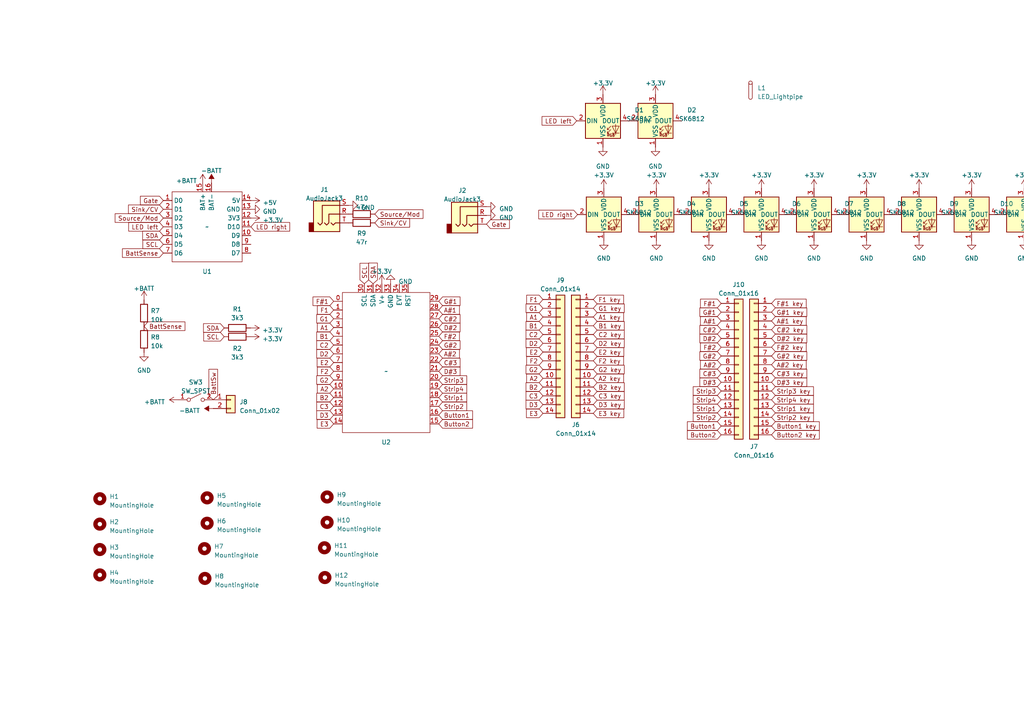
<source format=kicad_sch>
(kicad_sch (version 20230121) (generator eeschema)
  (paper "A4")
  (lib_symbols
    (symbol "Connector_Audio:AudioJack3"
      (property "Reference" "J" (at 0 8.89 0))
      (property "Value" "AudioJack3" (at 0 6.35 0))
      (symbol "AudioJack3_0_1"
        (rectangle (start -5.08 -5.08) (end -6.35 -2.54) (stroke (width 0.254)) (fill (type outline)))
        (polyline (pts (xy 0 -2.54) (xy 0.635 -3.175) (xy 1.27 -2.54) (xy 2.54 -2.54)) (stroke (width 0.254)))
        (polyline (pts (xy -1.905 -2.54) (xy -1.27 -3.175) (xy -0.635 -2.54) (xy -0.635 0) (xy 2.54 0)) (stroke (width 0.254)))
        (polyline (pts (xy 2.54 2.54) (xy -2.54 2.54) (xy -2.54 -2.54) (xy -3.175 -3.175) (xy -3.81 -2.54)) (stroke (width 0.254)))
        (rectangle (start 2.54 3.81) (end -5.08 -5.08) (stroke (width 0.254)) (fill (type background)))
      )
      (symbol "AudioJack3_1_1"
        (pin passive line (at 5.08 0 180) (length 2.54) (name "~") (number "R"))
        (pin passive line (at 5.08 2.54 180) (length 2.54) (name "~") (number "S"))
        (pin passive line (at 5.08 -2.54 180) (length 2.54) (name "~") (number "T"))
      )
    )
    (symbol "Connector_Generic:Conn_01x02" (pin_names (offset 1.016) hide)
      (property "Reference" "J" (at 0 2.54 0))
      (property "Value" "Conn_01x02" (at 0 -5.08 0))
      (symbol "Conn_01x02_1_1"
        (rectangle (start -1.27 -2.413) (end 0 -2.667) (stroke (width 0.1524)))
        (rectangle (start -1.27 0.127) (end 0 -0.127) (stroke (width 0.1524)))
        (rectangle (start -1.27 1.27) (end 1.27 -3.81) (stroke (width 0.254)) (fill (type background)))
        (pin passive line (at -5.08 0 0) (length 3.81) (name "Pin_1") (number "1"))
        (pin passive line (at -5.08 -2.54 0) (length 3.81) (name "Pin_2") (number "2"))
      )
    )
    (symbol "Connector_Generic:Conn_01x14" (pin_names (offset 1.016) hide)
      (property "Reference" "J" (at 0 17.78 0))
      (property "Value" "Conn_01x14" (at 0 -20.32 0))
      (symbol "Conn_01x14_1_1"
        (rectangle (start -1.27 -17.653) (end 0 -17.907) (stroke (width 0.1524)))
        (rectangle (start -1.27 -15.113) (end 0 -15.367) (stroke (width 0.1524)))
        (rectangle (start -1.27 -12.573) (end 0 -12.827) (stroke (width 0.1524)))
        (rectangle (start -1.27 -10.033) (end 0 -10.287) (stroke (width 0.1524)))
        (rectangle (start -1.27 -7.493) (end 0 -7.747) (stroke (width 0.1524)))
        (rectangle (start -1.27 -4.953) (end 0 -5.207) (stroke (width 0.1524)))
        (rectangle (start -1.27 -2.413) (end 0 -2.667) (stroke (width 0.1524)))
        (rectangle (start -1.27 0.127) (end 0 -0.127) (stroke (width 0.1524)))
        (rectangle (start -1.27 2.667) (end 0 2.413) (stroke (width 0.1524)))
        (rectangle (start -1.27 5.207) (end 0 4.953) (stroke (width 0.1524)))
        (rectangle (start -1.27 7.747) (end 0 7.493) (stroke (width 0.1524)))
        (rectangle (start -1.27 10.287) (end 0 10.033) (stroke (width 0.1524)))
        (rectangle (start -1.27 12.827) (end 0 12.573) (stroke (width 0.1524)))
        (rectangle (start -1.27 15.367) (end 0 15.113) (stroke (width 0.1524)))
        (rectangle (start -1.27 16.51) (end 1.27 -19.05) (stroke (width 0.254)) (fill (type background)))
        (pin passive line (at -5.08 15.24 0) (length 3.81) (name "Pin_1") (number "1"))
        (pin passive line (at -5.08 -7.62 0) (length 3.81) (name "Pin_10") (number "10"))
        (pin passive line (at -5.08 -10.16 0) (length 3.81) (name "Pin_11") (number "11"))
        (pin passive line (at -5.08 -12.7 0) (length 3.81) (name "Pin_12") (number "12"))
        (pin passive line (at -5.08 -15.24 0) (length 3.81) (name "Pin_13") (number "13"))
        (pin passive line (at -5.08 -17.78 0) (length 3.81) (name "Pin_14") (number "14"))
        (pin passive line (at -5.08 12.7 0) (length 3.81) (name "Pin_2") (number "2"))
        (pin passive line (at -5.08 10.16 0) (length 3.81) (name "Pin_3") (number "3"))
        (pin passive line (at -5.08 7.62 0) (length 3.81) (name "Pin_4") (number "4"))
        (pin passive line (at -5.08 5.08 0) (length 3.81) (name "Pin_5") (number "5"))
        (pin passive line (at -5.08 2.54 0) (length 3.81) (name "Pin_6") (number "6"))
        (pin passive line (at -5.08 0 0) (length 3.81) (name "Pin_7") (number "7"))
        (pin passive line (at -5.08 -2.54 0) (length 3.81) (name "Pin_8") (number "8"))
        (pin passive line (at -5.08 -5.08 0) (length 3.81) (name "Pin_9") (number "9"))
      )
    )
    (symbol "Connector_Generic:Conn_01x16" (pin_names (offset 1.016) hide)
      (property "Reference" "J" (at 0 20.32 0))
      (property "Value" "Conn_01x16" (at 0 -22.86 0))
      (symbol "Conn_01x16_1_1"
        (rectangle (start -1.27 -20.193) (end 0 -20.447) (stroke (width 0.1524)))
        (rectangle (start -1.27 -17.653) (end 0 -17.907) (stroke (width 0.1524)))
        (rectangle (start -1.27 -15.113) (end 0 -15.367) (stroke (width 0.1524)))
        (rectangle (start -1.27 -12.573) (end 0 -12.827) (stroke (width 0.1524)))
        (rectangle (start -1.27 -10.033) (end 0 -10.287) (stroke (width 0.1524)))
        (rectangle (start -1.27 -7.493) (end 0 -7.747) (stroke (width 0.1524)))
        (rectangle (start -1.27 -4.953) (end 0 -5.207) (stroke (width 0.1524)))
        (rectangle (start -1.27 -2.413) (end 0 -2.667) (stroke (width 0.1524)))
        (rectangle (start -1.27 0.127) (end 0 -0.127) (stroke (width 0.1524)))
        (rectangle (start -1.27 2.667) (end 0 2.413) (stroke (width 0.1524)))
        (rectangle (start -1.27 5.207) (end 0 4.953) (stroke (width 0.1524)))
        (rectangle (start -1.27 7.747) (end 0 7.493) (stroke (width 0.1524)))
        (rectangle (start -1.27 10.287) (end 0 10.033) (stroke (width 0.1524)))
        (rectangle (start -1.27 12.827) (end 0 12.573) (stroke (width 0.1524)))
        (rectangle (start -1.27 15.367) (end 0 15.113) (stroke (width 0.1524)))
        (rectangle (start -1.27 17.907) (end 0 17.653) (stroke (width 0.1524)))
        (rectangle (start -1.27 19.05) (end 1.27 -21.59) (stroke (width 0.254)) (fill (type background)))
        (pin passive line (at -5.08 17.78 0) (length 3.81) (name "Pin_1") (number "1"))
        (pin passive line (at -5.08 -5.08 0) (length 3.81) (name "Pin_10") (number "10"))
        (pin passive line (at -5.08 -7.62 0) (length 3.81) (name "Pin_11") (number "11"))
        (pin passive line (at -5.08 -10.16 0) (length 3.81) (name "Pin_12") (number "12"))
        (pin passive line (at -5.08 -12.7 0) (length 3.81) (name "Pin_13") (number "13"))
        (pin passive line (at -5.08 -15.24 0) (length 3.81) (name "Pin_14") (number "14"))
        (pin passive line (at -5.08 -17.78 0) (length 3.81) (name "Pin_15") (number "15"))
        (pin passive line (at -5.08 -20.32 0) (length 3.81) (name "Pin_16") (number "16"))
        (pin passive line (at -5.08 15.24 0) (length 3.81) (name "Pin_2") (number "2"))
        (pin passive line (at -5.08 12.7 0) (length 3.81) (name "Pin_3") (number "3"))
        (pin passive line (at -5.08 10.16 0) (length 3.81) (name "Pin_4") (number "4"))
        (pin passive line (at -5.08 7.62 0) (length 3.81) (name "Pin_5") (number "5"))
        (pin passive line (at -5.08 5.08 0) (length 3.81) (name "Pin_6") (number "6"))
        (pin passive line (at -5.08 2.54 0) (length 3.81) (name "Pin_7") (number "7"))
        (pin passive line (at -5.08 0 0) (length 3.81) (name "Pin_8") (number "8"))
        (pin passive line (at -5.08 -2.54 0) (length 3.81) (name "Pin_9") (number "9"))
      )
    )
    (symbol "Device:R" (pin_numbers hide) (pin_names (offset 0))
      (property "Reference" "R" (at 2.032 0 90))
      (property "Value" "R" (at 0 0 90))
      (symbol "R_0_1"
        (rectangle (start -1.016 -2.54) (end 1.016 2.54) (stroke (width 0.254)))
      )
      (symbol "R_1_1"
        (pin passive line (at 0 3.81 270) (length 1.27) (name "~") (number "1"))
        (pin passive line (at 0 -3.81 90) (length 1.27) (name "~") (number "2"))
      )
    )
    (symbol "LED:SK6812" (pin_names (offset 0.254))
      (property "Reference" "D" (at 5.08 5.715 0))
      (property "Value" "SK6812" (at 1.27 -5.715 0))
      (symbol "SK6812_0_0"
        (text "RGB" (at 2.286 -4.191 0) (effects (font (size 0.762 0.762))))
      )
      (symbol "SK6812_0_1"
        (polyline (pts (xy 1.27 -3.556) (xy 1.778 -3.556)))
        (polyline (pts (xy 1.27 -2.54) (xy 1.778 -2.54)))
        (polyline (pts (xy 4.699 -3.556) (xy 2.667 -3.556)))
        (polyline (pts (xy 2.286 -2.54) (xy 1.27 -3.556) (xy 1.27 -3.048)))
        (polyline (pts (xy 2.286 -1.524) (xy 1.27 -2.54) (xy 1.27 -2.032)))
        (polyline (pts (xy 3.683 -1.016) (xy 3.683 -3.556) (xy 3.683 -4.064)))
        (polyline (pts (xy 4.699 -1.524) (xy 2.667 -1.524) (xy 3.683 -3.556) (xy 4.699 -1.524)))
        (rectangle (start 5.08 5.08) (end -5.08 -5.08) (stroke (width 0.254)) (fill (type background)))
      )
      (symbol "SK6812_1_1"
        (pin power_in line (at 0 -7.62 90) (length 2.54) (name "VSS") (number "1"))
        (pin input line (at -7.62 0 0) (length 2.54) (name "DIN") (number "2"))
        (pin power_in line (at 0 7.62 270) (length 2.54) (name "VDD") (number "3"))
        (pin output line (at 7.62 0 180) (length 2.54) (name "DOUT") (number "4"))
      )
    )
    (symbol "Mechanical:MountingHole" (pin_names (offset 1.016))
      (property "Reference" "H" (at 0 5.08 0))
      (property "Value" "MountingHole" (at 0 3.175 0))
      (symbol "MountingHole_0_1"
        (circle (center 0 0) (radius 1.27) (stroke (width 1.27)))
      )
    )
    (symbol "Pale Slim Ghost:LED_Lightpipe"
      (property "Reference" "L" (at 0 0 0))
      (property "Value" "LED_Lightpipe" (at 0 0 0))
      (symbol "LED_Lightpipe_0_1"
        (arc (start -0.508 2.286) (mid 0 1.788) (end 0.508 2.286) (stroke (width 0.1524)))
        (polyline (pts (xy -0.508 6.604) (xy -0.508 2.286)) (stroke (width 0.1524)))
        (polyline (pts (xy 0.508 6.604) (xy 0.508 2.286)) (stroke (width 0.1524)))
        (circle (center 0 6.604) (radius 0.508) (stroke (width 0.1524)))
      )
    )
    (symbol "Pale Slim Ghost:SeeedXiaoESP32C3"
      (property "Reference" "U1" (at 0 -12.954 0))
      (property "Value" "~" (at 0 0 0))
      (symbol "SeeedXiaoESP32C3_0_1"
        (rectangle (start -10.16 10.16) (end 10.16 -10.16))
      )
      (symbol "SeeedXiaoESP32C3_1_1"
        (pin bidirectional line (at -12.7 7.62 0) (length 2.54) (name "D0") (number "1"))
        (pin bidirectional line (at 12.7 -2.54 180) (length 2.54) (name "D9") (number "10"))
        (pin bidirectional line (at 12.7 0 180) (length 2.54) (name "D10") (number "11"))
        (pin power_out line (at 12.7 2.54 180) (length 2.54) (name "3V3") (number "12"))
        (pin power_out line (at 12.7 5.08 180) (length 2.54) (name "GND") (number "13"))
        (pin power_out line (at 12.7 7.62 180) (length 2.54) (name "5V") (number "14"))
        (pin power_in line (at -1.27 12.7 270) (length 2.54) (name "BAT+") (number "15"))
        (pin power_in line (at 1.27 12.7 270) (length 2.54) (name "BAT-") (number "16"))
        (pin bidirectional line (at -12.7 5.08 0) (length 2.54) (name "D1") (number "2"))
        (pin bidirectional line (at -12.7 2.54 0) (length 2.54) (name "D2") (number "3"))
        (pin bidirectional line (at -12.7 0 0) (length 2.54) (name "D3") (number "4"))
        (pin bidirectional line (at -12.7 -2.54 0) (length 2.54) (name "D4") (number "5"))
        (pin bidirectional line (at -12.7 -5.08 0) (length 2.54) (name "D5") (number "6"))
        (pin bidirectional line (at -12.7 -7.62 0) (length 2.54) (name "D6") (number "7"))
        (pin bidirectional line (at 12.7 -7.62 180) (length 2.54) (name "D7") (number "8"))
        (pin bidirectional line (at 12.7 -5.08 180) (length 2.54) (name "D8") (number "9"))
      )
    )
    (symbol "Pale Slim Ghost:TrillCraft"
      (property "Reference" "U" (at 0 0 0))
      (symbol "TrillCraft_0_1"
        (rectangle (start -12.7 22.86) (end 12.7 -17.78))
      )
      (symbol "TrillCraft_1_1"
        (pin bidirectional line (at -15.24 20.32 0) (length 2.54) (name "") (number "0"))
        (pin bidirectional line (at -15.24 17.78 0) (length 2.54) (name "") (number "1"))
        (pin bidirectional line (at -15.24 -5.08 0) (length 2.54) (name "") (number "10"))
        (pin bidirectional line (at -15.24 -7.62 0) (length 2.54) (name "") (number "11"))
        (pin bidirectional line (at -15.24 -10.16 0) (length 2.54) (name "") (number "12"))
        (pin bidirectional line (at -15.24 -12.7 0) (length 2.54) (name "") (number "13"))
        (pin bidirectional line (at -15.24 -15.24 0) (length 2.54) (name "") (number "14"))
        (pin bidirectional line (at 15.24 -15.24 180) (length 2.54) (name "") (number "15"))
        (pin bidirectional line (at 15.24 -12.7 180) (length 2.54) (name "") (number "16"))
        (pin bidirectional line (at 15.24 -10.16 180) (length 2.54) (name "") (number "17"))
        (pin bidirectional line (at 15.24 -7.62 180) (length 2.54) (name "") (number "18"))
        (pin bidirectional line (at 15.24 -5.08 180) (length 2.54) (name "") (number "19"))
        (pin bidirectional line (at -15.24 15.24 0) (length 2.54) (name "") (number "2"))
        (pin bidirectional line (at 15.24 -2.54 180) (length 2.54) (name "") (number "20"))
        (pin bidirectional line (at 15.24 0 180) (length 2.54) (name "") (number "21"))
        (pin bidirectional line (at 15.24 2.54 180) (length 2.54) (name "") (number "22"))
        (pin bidirectional line (at 15.24 5.08 180) (length 2.54) (name "") (number "23"))
        (pin bidirectional line (at 15.24 7.62 180) (length 2.54) (name "") (number "24"))
        (pin bidirectional line (at 15.24 10.16 180) (length 2.54) (name "") (number "25"))
        (pin bidirectional line (at 15.24 12.7 180) (length 2.54) (name "") (number "26"))
        (pin bidirectional line (at 15.24 15.24 180) (length 2.54) (name "") (number "27"))
        (pin bidirectional line (at 15.24 17.78 180) (length 2.54) (name "") (number "28"))
        (pin bidirectional line (at 15.24 20.32 180) (length 2.54) (name "") (number "29"))
        (pin bidirectional line (at -15.24 12.7 0) (length 2.54) (name "") (number "3"))
        (pin bidirectional line (at -6.35 25.4 270) (length 2.54) (name "SCL") (number "30"))
        (pin bidirectional line (at -3.81 25.4 270) (length 2.54) (name "SDA") (number "31"))
        (pin power_in line (at -1.27 25.4 270) (length 2.54) (name "V+") (number "32"))
        (pin power_in line (at 1.27 25.4 270) (length 2.54) (name "GND") (number "33"))
        (pin bidirectional line (at 3.81 25.4 270) (length 2.54) (name "EVT") (number "34"))
        (pin bidirectional line (at 6.35 25.4 270) (length 2.54) (name "RST") (number "35"))
        (pin bidirectional line (at -15.24 10.16 0) (length 2.54) (name "") (number "4"))
        (pin bidirectional line (at -15.24 7.62 0) (length 2.54) (name "") (number "5"))
        (pin bidirectional line (at -15.24 5.08 0) (length 2.54) (name "") (number "6"))
        (pin bidirectional line (at -15.24 2.54 0) (length 2.54) (name "") (number "7"))
        (pin bidirectional line (at -15.24 0 0) (length 2.54) (name "") (number "8"))
        (pin bidirectional line (at -15.24 -2.54 0) (length 2.54) (name "") (number "9"))
      )
    )
    (symbol "Switch:SW_SPST" (pin_names (offset 0) hide)
      (property "Reference" "SW" (at 0 3.175 0))
      (property "Value" "SW_SPST" (at 0 -2.54 0))
      (symbol "SW_SPST_0_0"
        (circle (center -2.032 0) (radius 0.508))
        (polyline (pts (xy -1.524 0.254) (xy 1.524 1.778)))
        (circle (center 2.032 0) (radius 0.508))
      )
      (symbol "SW_SPST_1_1"
        (pin passive line (at -5.08 0 0) (length 2.54) (name "A") (number "1"))
        (pin passive line (at 5.08 0 180) (length 2.54) (name "B") (number "2"))
      )
    )
    (symbol "power:+3.3V" (power) (pin_names (offset 0))
      (property "Value" "+3.3V" (at 0 3.556 0))
      (symbol "+3.3V_0_1"
        (polyline (pts (xy -0.762 1.27) (xy 0 2.54)))
        (polyline (pts (xy 0 0) (xy 0 2.54)))
        (polyline (pts (xy 0 2.54) (xy 0.762 1.27)))
      )
      (symbol "+3.3V_1_1"
        (pin power_in line (at 0 0 90) (length 0) hide (name "+3.3V") (number "1"))
      )
    )
    (symbol "power:+5V" (power) (pin_names (offset 0))
      (property "Value" "+5V" (at 0 3.556 0))
      (symbol "+5V_0_1"
        (polyline (pts (xy -0.762 1.27) (xy 0 2.54)))
        (polyline (pts (xy 0 0) (xy 0 2.54)))
        (polyline (pts (xy 0 2.54) (xy 0.762 1.27)))
      )
      (symbol "+5V_1_1"
        (pin power_in line (at 0 0 90) (length 0) hide (name "+5V") (number "1"))
      )
    )
    (symbol "power:+BATT" (power) (pin_names (offset 0))
      (property "Value" "+BATT" (at 0 3.556 0))
      (symbol "+BATT_0_1"
        (polyline (pts (xy -0.762 1.27) (xy 0 2.54)))
        (polyline (pts (xy 0 0) (xy 0 2.54)))
        (polyline (pts (xy 0 2.54) (xy 0.762 1.27)))
      )
      (symbol "+BATT_1_1"
        (pin power_in line (at 0 0 90) (length 0) hide (name "+BATT") (number "1"))
      )
    )
    (symbol "power:-BATT" (power) (pin_names (offset 0))
      (property "Value" "-BATT" (at 0 3.556 0))
      (symbol "-BATT_0_1"
        (polyline (pts (xy 0 0) (xy 0 2.54)))
        (polyline (pts (xy 0.762 1.27) (xy -0.762 1.27) (xy 0 2.54) (xy 0.762 1.27)) (fill (type outline)))
      )
      (symbol "-BATT_1_1"
        (pin power_in line (at 0 0 90) (length 0) hide (name "-BATT") (number "1"))
      )
    )
    (symbol "power:GND" (power) (pin_names (offset 0))
      (property "Value" "GND" (at 0 -3.81 0))
      (symbol "GND_0_1"
        (polyline (pts (xy 0 0) (xy 0 -1.27) (xy 1.27 -1.27) (xy 0 -2.54) (xy -1.27 -1.27) (xy 0 -1.27)))
      )
      (symbol "GND_1_1"
        (pin power_in line (at 0 0 270) (length 0) hide (name "GND") (number "1"))
      )
    )
  )
  (global_label "D#3" (shape input) (at 209.169 110.871 180) (property "Intersheetrefs" "${INTERSHEET_REFS}" (effects hide)))
  (global_label "A#1 key" (shape input) (at 223.774 93.091 0) (property "Intersheetrefs" "${INTERSHEET_REFS}" (effects hide)))
  (global_label "Strip1" (shape input) (at 209.169 118.491 180) (property "Intersheetrefs" "${INTERSHEET_REFS}" (effects hide)))
  (global_label "A#2" (shape input) (at 209.169 105.791 180) (property "Intersheetrefs" "${INTERSHEET_REFS}" (effects hide)))
  (global_label "Strip3" (shape input) (at 209.169 113.411 180) (property "Intersheetrefs" "${INTERSHEET_REFS}" (effects hide)))
  (global_label "G#2" (shape input) (at 127.254 100.076 0) (property "Intersheetrefs" "${INTERSHEET_REFS}" (effects hide)))
  (global_label "BattSw" (shape input) (at 61.849 115.951 90) (property "Intersheetrefs" "${INTERSHEET_REFS}" (effects hide)))
  (global_label "A1" (shape input) (at 157.48 91.948 180) (property "Intersheetrefs" "${INTERSHEET_REFS}" (effects hide)))
  (global_label "F#2" (shape input) (at 127.254 97.536 0) (property "Intersheetrefs" "${INTERSHEET_REFS}" (effects hide)))
  (global_label "SDA" (shape input) (at 108.204 82.296 90) (property "Intersheetrefs" "${INTERSHEET_REFS}" (effects hide)))
  (global_label "Button2 key" (shape input) (at 223.774 126.111 0) (property "Intersheetrefs" "${INTERSHEET_REFS}" (effects hide)))
  (global_label "G2 key" (shape input) (at 172.085 107.188 0) (property "Intersheetrefs" "${INTERSHEET_REFS}" (effects hide)))
  (global_label "Strip1" (shape input) (at 127.254 115.316 0) (property "Intersheetrefs" "${INTERSHEET_REFS}" (effects hide)))
  (global_label "G1" (shape input) (at 157.48 89.408 180) (property "Intersheetrefs" "${INTERSHEET_REFS}" (effects hide)))
  (global_label "F#1" (shape input) (at 96.774 87.376 180) (property "Intersheetrefs" "${INTERSHEET_REFS}" (effects hide)))
  (global_label "C#3" (shape input) (at 209.169 108.331 180) (property "Intersheetrefs" "${INTERSHEET_REFS}" (effects hide)))
  (global_label "C#2" (shape input) (at 127.254 92.456 0) (property "Intersheetrefs" "${INTERSHEET_REFS}" (effects hide)))
  (global_label "D3 key" (shape input) (at 172.085 117.348 0) (property "Intersheetrefs" "${INTERSHEET_REFS}" (effects hide)))
  (global_label "B1" (shape input) (at 157.48 94.488 180) (property "Intersheetrefs" "${INTERSHEET_REFS}" (effects hide)))
  (global_label "LED right" (shape input) (at 167.513 62.23 180) (property "Intersheetrefs" "${INTERSHEET_REFS}" (effects hide)))
  (global_label "F#2 key" (shape input) (at 223.774 100.711 0) (property "Intersheetrefs" "${INTERSHEET_REFS}" (effects hide)))
  (global_label "D2" (shape input) (at 96.774 102.616 180) (property "Intersheetrefs" "${INTERSHEET_REFS}" (effects hide)))
  (global_label "Source{slash}Mod" (shape input) (at 47.371 63.246 180) (property "Intersheetrefs" "${INTERSHEET_REFS}" (effects hide)))
  (global_label "A#2 key" (shape input) (at 223.774 105.791 0) (property "Intersheetrefs" "${INTERSHEET_REFS}" (effects hide)))
  (global_label "E2" (shape input) (at 96.774 105.156 180) (property "Intersheetrefs" "${INTERSHEET_REFS}" (effects hide)))
  (global_label "Strip1 key" (shape input) (at 223.774 118.491 0) (property "Intersheetrefs" "${INTERSHEET_REFS}" (effects hide)))
  (global_label "B1 key" (shape input) (at 172.085 94.488 0) (property "Intersheetrefs" "${INTERSHEET_REFS}" (effects hide)))
  (global_label "B2" (shape input) (at 157.48 112.268 180) (property "Intersheetrefs" "${INTERSHEET_REFS}" (effects hide)))
  (global_label "C2" (shape input) (at 157.48 97.028 180) (property "Intersheetrefs" "${INTERSHEET_REFS}" (effects hide)))
  (global_label "G2" (shape input) (at 96.774 110.236 180) (property "Intersheetrefs" "${INTERSHEET_REFS}" (effects hide)))
  (global_label "BattSense" (shape input) (at 47.371 73.406 180) (property "Intersheetrefs" "${INTERSHEET_REFS}" (effects hide)))
  (global_label "G#1" (shape input) (at 127.254 87.376 0) (property "Intersheetrefs" "${INTERSHEET_REFS}" (effects hide)))
  (global_label "G#2 key" (shape input) (at 223.774 103.251 0) (property "Intersheetrefs" "${INTERSHEET_REFS}" (effects hide)))
  (global_label "F2" (shape input) (at 96.774 107.696 180) (property "Intersheetrefs" "${INTERSHEET_REFS}" (effects hide)))
  (global_label "LED right" (shape input) (at 72.771 65.786 0) (property "Intersheetrefs" "${INTERSHEET_REFS}" (effects hide)))
  (global_label "Strip2 key" (shape input) (at 223.774 121.031 0) (property "Intersheetrefs" "${INTERSHEET_REFS}" (effects hide)))
  (global_label "E3" (shape input) (at 157.48 119.888 180) (property "Intersheetrefs" "${INTERSHEET_REFS}" (effects hide)))
  (global_label "Strip4" (shape input) (at 209.169 115.951 180) (property "Intersheetrefs" "${INTERSHEET_REFS}" (effects hide)))
  (global_label "Sink{slash}CV" (shape input) (at 108.712 64.643 0) (property "Intersheetrefs" "${INTERSHEET_REFS}" (effects hide)))
  (global_label "D2 key" (shape input) (at 172.085 99.568 0) (property "Intersheetrefs" "${INTERSHEET_REFS}" (effects hide)))
  (global_label "F1" (shape input) (at 96.774 89.916 180) (property "Intersheetrefs" "${INTERSHEET_REFS}" (effects hide)))
  (global_label "Gate" (shape input) (at 47.371 58.166 180) (property "Intersheetrefs" "${INTERSHEET_REFS}" (effects hide)))
  (global_label "D3" (shape input) (at 96.774 120.396 180) (property "Intersheetrefs" "${INTERSHEET_REFS}" (effects hide)))
  (global_label "Button1" (shape input) (at 209.169 123.571 180) (property "Intersheetrefs" "${INTERSHEET_REFS}" (effects hide)))
  (global_label "A1" (shape input) (at 96.774 94.996 180) (property "Intersheetrefs" "${INTERSHEET_REFS}" (effects hide)))
  (global_label "C3" (shape input) (at 157.48 114.808 180) (property "Intersheetrefs" "${INTERSHEET_REFS}" (effects hide)))
  (global_label "D#2" (shape input) (at 127.254 94.996 0) (property "Intersheetrefs" "${INTERSHEET_REFS}" (effects hide)))
  (global_label "F1 key" (shape input) (at 172.085 86.868 0) (property "Intersheetrefs" "${INTERSHEET_REFS}" (effects hide)))
  (global_label "G#2" (shape input) (at 209.169 103.251 180) (property "Intersheetrefs" "${INTERSHEET_REFS}" (effects hide)))
  (global_label "Button1" (shape input) (at 127.254 120.396 0) (property "Intersheetrefs" "${INTERSHEET_REFS}" (effects hide)))
  (global_label "Button2" (shape input) (at 209.169 126.111 180) (property "Intersheetrefs" "${INTERSHEET_REFS}" (effects hide)))
  (global_label "Source{slash}Mod" (shape input) (at 108.712 62.103 0) (property "Intersheetrefs" "${INTERSHEET_REFS}" (effects hide)))
  (global_label "F1" (shape input) (at 157.48 86.868 180) (property "Intersheetrefs" "${INTERSHEET_REFS}" (effects hide)))
  (global_label "D#2 key" (shape input) (at 223.774 98.171 0) (property "Intersheetrefs" "${INTERSHEET_REFS}" (effects hide)))
  (global_label "C2 key" (shape input) (at 172.085 97.028 0) (property "Intersheetrefs" "${INTERSHEET_REFS}" (effects hide)))
  (global_label "B1" (shape input) (at 96.774 97.536 180) (property "Intersheetrefs" "${INTERSHEET_REFS}" (effects hide)))
  (global_label "SCL" (shape input) (at 65.024 97.663 180) (property "Intersheetrefs" "${INTERSHEET_REFS}" (effects hide)))
  (global_label "E3" (shape input) (at 96.774 122.936 180) (property "Intersheetrefs" "${INTERSHEET_REFS}" (effects hide)))
  (global_label "SDA" (shape input) (at 65.024 95.123 180) (property "Intersheetrefs" "${INTERSHEET_REFS}" (effects hide)))
  (global_label "Gate" (shape input) (at 141.097 65.024 0) (property "Intersheetrefs" "${INTERSHEET_REFS}" (effects hide)))
  (global_label "Strip2" (shape input) (at 209.169 121.031 180) (property "Intersheetrefs" "${INTERSHEET_REFS}" (effects hide)))
  (global_label "Strip3 key" (shape input) (at 223.774 113.411 0) (property "Intersheetrefs" "${INTERSHEET_REFS}" (effects hide)))
  (global_label "A#2" (shape input) (at 127.254 102.616 0) (property "Intersheetrefs" "${INTERSHEET_REFS}" (effects hide)))
  (global_label "C#2 key" (shape input) (at 223.774 95.631 0) (property "Intersheetrefs" "${INTERSHEET_REFS}" (effects hide)))
  (global_label "G1 key" (shape input) (at 172.085 89.408 0) (property "Intersheetrefs" "${INTERSHEET_REFS}" (effects hide)))
  (global_label "E2" (shape input) (at 157.48 102.108 180) (property "Intersheetrefs" "${INTERSHEET_REFS}" (effects hide)))
  (global_label "D#3" (shape input) (at 127.254 107.696 0) (property "Intersheetrefs" "${INTERSHEET_REFS}" (effects hide)))
  (global_label "C#3" (shape input) (at 127.254 105.156 0) (property "Intersheetrefs" "${INTERSHEET_REFS}" (effects hide)))
  (global_label "D#3 key" (shape input) (at 223.774 110.871 0) (property "Intersheetrefs" "${INTERSHEET_REFS}" (effects hide)))
  (global_label "BattSense" (shape input) (at 41.783 94.615 0) (property "Intersheetrefs" "${INTERSHEET_REFS}" (effects hide)))
  (global_label "G#1" (shape input) (at 209.169 90.551 180) (property "Intersheetrefs" "${INTERSHEET_REFS}" (effects hide)))
  (global_label "C#3 key" (shape input) (at 223.774 108.331 0) (property "Intersheetrefs" "${INTERSHEET_REFS}" (effects hide)))
  (global_label "SDA" (shape input) (at 47.371 68.326 180) (property "Intersheetrefs" "${INTERSHEET_REFS}" (effects hide)))
  (global_label "A2" (shape input) (at 157.48 109.728 180) (property "Intersheetrefs" "${INTERSHEET_REFS}" (effects hide)))
  (global_label "F#1" (shape input) (at 209.169 88.011 180) (property "Intersheetrefs" "${INTERSHEET_REFS}" (effects hide)))
  (global_label "Strip2" (shape input) (at 127.254 117.856 0) (property "Intersheetrefs" "${INTERSHEET_REFS}" (effects hide)))
  (global_label "F2 key" (shape input) (at 172.085 104.648 0) (property "Intersheetrefs" "${INTERSHEET_REFS}" (effects hide)))
  (global_label "LED left" (shape input) (at 47.371 65.786 180) (property "Intersheetrefs" "${INTERSHEET_REFS}" (effects hide)))
  (global_label "F#1 key" (shape input) (at 223.774 88.011 0) (property "Intersheetrefs" "${INTERSHEET_REFS}" (effects hide)))
  (global_label "C#2" (shape input) (at 209.169 95.631 180) (property "Intersheetrefs" "${INTERSHEET_REFS}" (effects hide)))
  (global_label "A2" (shape input) (at 96.774 112.776 180) (property "Intersheetrefs" "${INTERSHEET_REFS}" (effects hide)))
  (global_label "F#2" (shape input) (at 209.169 100.711 180) (property "Intersheetrefs" "${INTERSHEET_REFS}" (effects hide)))
  (global_label "D3" (shape input) (at 157.48 117.348 180) (property "Intersheetrefs" "${INTERSHEET_REFS}" (effects hide)))
  (global_label "Sink{slash}CV" (shape input) (at 47.371 60.706 180) (property "Intersheetrefs" "${INTERSHEET_REFS}" (effects hide)))
  (global_label "Button2" (shape input) (at 127.254 122.936 0) (property "Intersheetrefs" "${INTERSHEET_REFS}" (effects hide)))
  (global_label "G2" (shape input) (at 157.48 107.188 180) (property "Intersheetrefs" "${INTERSHEET_REFS}" (effects hide)))
  (global_label "G#1 key" (shape input) (at 223.774 90.551 0) (property "Intersheetrefs" "${INTERSHEET_REFS}" (effects hide)))
  (global_label "B2 key" (shape input) (at 172.085 112.268 0) (property "Intersheetrefs" "${INTERSHEET_REFS}" (effects hide)))
  (global_label "A#1" (shape input) (at 127.254 89.916 0) (property "Intersheetrefs" "${INTERSHEET_REFS}" (effects hide)))
  (global_label "B2" (shape input) (at 96.774 115.316 180) (property "Intersheetrefs" "${INTERSHEET_REFS}" (effects hide)))
  (global_label "A1 key" (shape input) (at 172.085 91.948 0) (property "Intersheetrefs" "${INTERSHEET_REFS}" (effects hide)))
  (global_label "A2 key" (shape input) (at 172.085 109.728 0) (property "Intersheetrefs" "${INTERSHEET_REFS}" (effects hide)))
  (global_label "D#2" (shape input) (at 209.169 98.171 180) (property "Intersheetrefs" "${INTERSHEET_REFS}" (effects hide)))
  (global_label "E2 key" (shape input) (at 172.085 102.108 0) (property "Intersheetrefs" "${INTERSHEET_REFS}" (effects hide)))
  (global_label "Strip4 key" (shape input) (at 223.774 115.951 0) (property "Intersheetrefs" "${INTERSHEET_REFS}" (effects hide)))
  (global_label "D2" (shape input) (at 157.48 99.568 180) (property "Intersheetrefs" "${INTERSHEET_REFS}" (effects hide)))
  (global_label "Button1 key" (shape input) (at 223.774 123.571 0) (property "Intersheetrefs" "${INTERSHEET_REFS}" (effects hide)))
  (global_label "Strip4" (shape input) (at 127.254 112.776 0) (property "Intersheetrefs" "${INTERSHEET_REFS}" (effects hide)))
  (global_label "C2" (shape input) (at 96.774 100.076 180) (property "Intersheetrefs" "${INTERSHEET_REFS}" (effects hide)))
  (global_label "C3" (shape input) (at 96.774 117.856 180) (property "Intersheetrefs" "${INTERSHEET_REFS}" (effects hide)))
  (global_label "SCL" (shape input) (at 47.371 70.866 180) (property "Intersheetrefs" "${INTERSHEET_REFS}" (effects hide)))
  (global_label "G1" (shape input) (at 96.774 92.456 180) (property "Intersheetrefs" "${INTERSHEET_REFS}" (effects hide)))
  (global_label "E3 key" (shape input) (at 172.085 119.888 0) (property "Intersheetrefs" "${INTERSHEET_REFS}" (effects hide)))
  (global_label "C3 key" (shape input) (at 172.085 114.808 0) (property "Intersheetrefs" "${INTERSHEET_REFS}" (effects hide)))
  (global_label "Strip3" (shape input) (at 127.254 110.236 0) (property "Intersheetrefs" "${INTERSHEET_REFS}" (effects hide)))
  (global_label "A#1" (shape input) (at 209.169 93.091 180) (property "Intersheetrefs" "${INTERSHEET_REFS}" (effects hide)))
  (global_label "LED left" (shape input) (at 167.259 35.052 180) (property "Intersheetrefs" "${INTERSHEET_REFS}" (effects hide)))
  (global_label "SCL" (shape input) (at 105.664 82.296 90) (property "Intersheetrefs" "${INTERSHEET_REFS}" (effects hide)))
  (global_label "F2" (shape input) (at 157.48 104.648 180) (property "Intersheetrefs" "${INTERSHEET_REFS}" (effects hide)))
  (symbol (lib_id "LED:SK6812") (at 174.879 35.052 0) (unit 1)
    (property "Reference" "D1" (at 185.42 31.9279 0))
    (property "Value" "SK6812" (at 185.42 34.4679 0))
    (property "Footprint" "LED_SMD:LED_SK6812_PLCC4_5.0x5.0mm_P3.2mm" (effects hide))
    (property "Datasheet" "https://cdn-shop.adafruit.com/product-files/1138/SK6812+LED+datasheet+.pdf" (effects hide))
  )
  (symbol (lib_id "power:+3.3V") (at 251.333 54.61 0) (unit 1)
    (property "Reference" "#PWR031" (effects hide))
    (property "Value" "+3.3V" (at 251.333 50.8 0))
  )
  (symbol (lib_id "Pale Slim Ghost:SeeedXiaoESP32C3") (at 60.071 65.786 0) (unit 1)
    (property "Reference" "U1" (at 60.071 78.74 0))
    (property "Value" "~" (at 60.071 65.786 0))
    (property "Footprint" "Pale Slim Ghost:SeeedXIAOBattery" (effects hide))
  )
  (symbol (lib_id "power:+BATT") (at 51.689 115.951 90) (mirror x) (unit 1)
    (property "Reference" "#PWR03" (effects hide))
    (property "Value" "+BATT" (at 47.879 116.586 90) (effects (justify left)))
  )
  (symbol (lib_id "power:+BATT") (at 41.783 86.995 0) (mirror y) (unit 1)
    (property "Reference" "#PWR019" (effects hide))
    (property "Value" "+BATT" (at 41.783 83.693 0))
  )
  (symbol (lib_id "Switch:SW_SPST") (at 56.769 115.951 0) (unit 1)
    (property "Reference" "SW3" (at 56.769 110.871 0))
    (property "Value" "SW_SPST" (at 56.769 113.411 0))
    (property "Footprint" "Pale Slim Ghost:EG1247" (effects hide))
  )
  (symbol (lib_id "power:GND") (at 281.813 69.85 0) (unit 1)
    (property "Reference" "#PWR036" (effects hide))
    (property "Value" "GND" (at 281.813 74.93 0))
  )
  (symbol (lib_id "power:+3.3V") (at 297.053 54.61 0) (unit 1)
    (property "Reference" "#PWR037" (effects hide))
    (property "Value" "+3.3V" (at 297.053 50.8 0))
  )
  (symbol (lib_id "Connector_Generic:Conn_01x02") (at 66.929 115.951 0) (unit 1)
    (property "Reference" "J8" (at 69.469 116.586 0) (effects (justify left)))
    (property "Value" "Conn_01x02" (at 69.469 119.126 0) (effects (justify left)))
    (property "Footprint" "Connector_JST:JST_PH_S2B-PH-K_1x02_P2.00mm_Horizontal" (effects hide))
  )
  (symbol (lib_id "Connector_Audio:AudioJack3") (at 96.012 62.103 0) (unit 1)
    (property "Reference" "J1" (at 94.107 54.991 0))
    (property "Value" "AudioJack3" (at 94.107 57.531 0))
    (property "Footprint" "Connector_Audio:Jack_3.5mm_CUI_SJ-3523-SMT_Horizontal" (effects hide))
  )
  (symbol (lib_id "Pale Slim Ghost:TrillCraft") (at 112.014 107.696 0) (unit 1)
    (property "Reference" "U2" (at 112.014 128.27 0))
    (property "Value" "~" (at 112.014 107.696 0))
    (property "Footprint" "Pale Slim Ghost:TrillCraft" (effects hide))
  )
  (symbol (lib_id "power:+3.3V") (at 174.879 27.432 0) (unit 1)
    (property "Reference" "#PWR015" (effects hide))
    (property "Value" "+3.3V" (at 174.879 24.13 0))
  )
  (symbol (lib_id "power:GND") (at 190.373 69.85 0) (unit 1)
    (property "Reference" "#PWR026" (effects hide))
    (property "Value" "GND" (at 190.373 74.93 0))
  )
  (symbol (lib_id "Connector_Generic:Conn_01x14") (at 162.56 102.108 0) (unit 1)
    (property "Reference" "J9" (at 162.56 81.28 0))
    (property "Value" "Conn_01x14" (at 162.56 83.82 0))
    (property "Footprint" "Connector_PinSocket_1.27mm:PinSocket_2x07_P1.27mm_Vertical_SMD" (effects hide))
  )
  (symbol (lib_id "Mechanical:MountingHole") (at 59.436 167.767 0) (unit 1)
    (property "Reference" "H8" (at 62.23 167.132 0) (effects (justify left)))
    (property "Value" "MountingHole" (at 62.23 169.672 0) (effects (justify left)))
    (property "Footprint" "Pale Slim Ghost:M2.5 Standoff 4mm" (effects hide))
  )
  (symbol (lib_id "power:+3.3V") (at 175.133 54.61 0) (unit 1)
    (property "Reference" "#PWR021" (effects hide))
    (property "Value" "+3.3V" (at 175.133 50.8 0))
  )
  (symbol (lib_id "LED:SK6812") (at 251.333 62.23 0) (unit 1)
    (property "Reference" "D8" (at 261.493 59.1059 0))
    (property "Value" "SK6812" (at 261.493 61.6459 0))
    (property "Footprint" "LED_SMD:LED_SK6812_PLCC4_5.0x5.0mm_P3.2mm" (effects hide))
    (property "Datasheet" "https://cdn-shop.adafruit.com/product-files/1138/SK6812+LED+datasheet+.pdf" (effects hide))
  )
  (symbol (lib_id "power:+3.3V") (at 281.813 54.61 0) (unit 1)
    (property "Reference" "#PWR034" (effects hide))
    (property "Value" "+3.3V" (at 281.813 50.8 0))
  )
  (symbol (lib_id "LED:SK6812") (at 190.373 62.23 0) (unit 1)
    (property "Reference" "D4" (at 200.533 59.1059 0))
    (property "Value" "SK6812" (at 200.533 61.6459 0))
    (property "Footprint" "LED_SMD:LED_SK6812_PLCC4_5.0x5.0mm_P3.2mm" (effects hide))
    (property "Datasheet" "https://cdn-shop.adafruit.com/product-files/1138/SK6812+LED+datasheet+.pdf" (effects hide))
  )
  (symbol (lib_id "power:GND") (at 174.879 42.672 0) (unit 1)
    (property "Reference" "#PWR016" (effects hide))
    (property "Value" "GND" (at 174.879 48.26 0))
  )
  (symbol (lib_id "power:+3.3V") (at 110.744 82.296 0) (unit 1)
    (property "Reference" "#PWR08" (effects hide))
    (property "Value" "+3.3V" (at 110.744 78.74 0))
  )
  (symbol (lib_id "LED:SK6812") (at 266.573 62.23 0) (unit 1)
    (property "Reference" "D9" (at 276.733 59.1059 0))
    (property "Value" "SK6812" (at 276.733 61.6459 0))
    (property "Footprint" "LED_SMD:LED_SK6812_PLCC4_5.0x5.0mm_P3.2mm" (effects hide))
    (property "Datasheet" "https://cdn-shop.adafruit.com/product-files/1138/SK6812+LED+datasheet+.pdf" (effects hide))
  )
  (symbol (lib_id "LED:SK6812") (at 297.053 62.23 0) (unit 1)
    (property "Reference" "D11" (at 307.213 59.1059 0))
    (property "Value" "SK6812" (at 307.213 61.6459 0))
    (property "Footprint" "LED_SMD:LED_SK6812_PLCC4_5.0x5.0mm_P3.2mm" (effects hide))
    (property "Datasheet" "https://cdn-shop.adafruit.com/product-files/1138/SK6812+LED+datasheet+.pdf" (effects hide))
  )
  (symbol (lib_id "Connector_Generic:Conn_01x16") (at 218.694 105.791 0) (mirror y) (unit 1)
    (property "Reference" "J7" (at 218.694 129.54 0))
    (property "Value" "Conn_01x16" (at 218.694 132.08 0))
    (property "Footprint" "Connector_PinHeader_1.27mm:PinHeader_2x08_P1.27mm_Vertical_SMD" (effects hide))
  )
  (symbol (lib_id "Mechanical:MountingHole") (at 60.071 151.765 0) (unit 1)
    (property "Reference" "H6" (at 62.865 151.13 0) (effects (justify left)))
    (property "Value" "MountingHole" (at 62.865 153.67 0) (effects (justify left)))
    (property "Footprint" "Pale Slim Ghost:M2.5 Standoff 6mm" (effects hide))
  )
  (symbol (lib_id "power:+3.3V") (at 190.373 54.61 0) (unit 1)
    (property "Reference" "#PWR023" (effects hide))
    (property "Value" "+3.3V" (at 190.373 50.8 0))
  )
  (symbol (lib_id "power:GND") (at 297.053 69.85 0) (unit 1)
    (property "Reference" "#PWR038" (effects hide))
    (property "Value" "GND" (at 297.053 74.93 0))
  )
  (symbol (lib_id "Mechanical:MountingHole") (at 94.107 158.877 0) (unit 1)
    (property "Reference" "H11" (at 96.901 158.242 0) (effects (justify left)))
    (property "Value" "MountingHole" (at 96.901 160.782 0) (effects (justify left)))
    (property "Footprint" "MountingHole:MountingHole_2.7mm_M2.5" (effects hide))
  )
  (symbol (lib_id "power:-BATT") (at 61.849 118.491 90) (mirror x) (unit 1)
    (property "Reference" "#PWR04" (effects hide))
    (property "Value" "-BATT" (at 58.039 119.126 90) (effects (justify left)))
  )
  (symbol (lib_id "power:+BATT") (at 58.801 53.086 0) (unit 1)
    (property "Reference" "#PWR01" (effects hide))
    (property "Value" "+BATT" (at 57.15 52.451 0) (effects (justify right)))
  )
  (symbol (lib_id "power:+5V") (at 72.771 58.166 270) (unit 1)
    (property "Reference" "#PWR05" (effects hide))
    (property "Value" "+5V" (at 76.2 58.801 90) (effects (justify left)))
  )
  (symbol (lib_id "power:+3.3V") (at 190.119 27.432 0) (unit 1)
    (property "Reference" "#PWR017" (effects hide))
    (property "Value" "+3.3V" (at 190.119 24.13 0))
  )
  (symbol (lib_id "power:GND") (at 205.613 69.85 0) (unit 1)
    (property "Reference" "#PWR027" (effects hide))
    (property "Value" "GND" (at 205.613 74.93 0))
  )
  (symbol (lib_id "power:+3.3V") (at 72.644 97.663 270) (unit 1)
    (property "Reference" "#PWR011" (effects hide))
    (property "Value" "+3.3V" (at 76.073 98.298 90) (effects (justify left)))
  )
  (symbol (lib_id "power:GND") (at 141.097 62.484 90) (unit 1)
    (property "Reference" "#PWR014" (effects hide))
    (property "Value" "GND" (at 144.78 63.119 90) (effects (justify right)))
  )
  (symbol (lib_id "power:GND") (at 175.133 69.85 0) (unit 1)
    (property "Reference" "#PWR022" (effects hide))
    (property "Value" "GND" (at 175.133 74.93 0))
  )
  (symbol (lib_id "Connector_Generic:Conn_01x14") (at 167.005 102.108 0) (mirror y) (unit 1)
    (property "Reference" "J6" (at 167.005 123.19 0))
    (property "Value" "Conn_01x14" (at 167.005 125.73 0))
    (property "Footprint" "Connector_PinHeader_1.27mm:PinHeader_2x07_P1.27mm_Vertical_SMD" (effects hide))
  )
  (symbol (lib_id "LED:SK6812") (at 190.119 35.052 0) (unit 1)
    (property "Reference" "D2" (at 200.66 31.9279 0))
    (property "Value" "SK6812" (at 200.66 34.4679 0))
    (property "Footprint" "LED_SMD:LED_SK6812_PLCC4_5.0x5.0mm_P3.2mm" (effects hide))
    (property "Datasheet" "https://cdn-shop.adafruit.com/product-files/1138/SK6812+LED+datasheet+.pdf" (effects hide))
  )
  (symbol (lib_id "power:GND") (at 190.119 42.672 0) (unit 1)
    (property "Reference" "#PWR018" (effects hide))
    (property "Value" "GND" (at 190.119 48.26 0))
  )
  (symbol (lib_id "Mechanical:MountingHole") (at 94.234 167.513 0) (unit 1)
    (property "Reference" "H12" (at 97.028 166.878 0) (effects (justify left)))
    (property "Value" "MountingHole" (at 97.028 169.418 0) (effects (justify left)))
    (property "Footprint" "MountingHole:MountingHole_2.7mm_M2.5" (effects hide))
  )
  (symbol (lib_id "Mechanical:MountingHole") (at 94.869 144.145 0) (unit 1)
    (property "Reference" "H9" (at 97.663 143.51 0) (effects (justify left)))
    (property "Value" "MountingHole" (at 97.663 146.05 0) (effects (justify left)))
    (property "Footprint" "MountingHole:MountingHole_2.7mm_M2.5" (effects hide))
  )
  (symbol (lib_id "power:GND") (at 220.853 69.85 0) (unit 1)
    (property "Reference" "#PWR028" (effects hide))
    (property "Value" "GND" (at 220.853 74.93 0))
  )
  (symbol (lib_id "Pale Slim Ghost:LED_Lightpipe") (at 217.678 30.607 0) (unit 1)
    (property "Reference" "L1" (at 219.71 25.522 0) (effects (justify left)))
    (property "Value" "LED_Lightpipe" (at 219.71 28.062 0) (effects (justify left)))
    (property "Footprint" "Pale Slim Ghost:Zebras lightguide" (effects hide))
  )
  (symbol (lib_id "Device:R") (at 41.783 90.805 180) (unit 1)
    (property "Reference" "R7" (at 43.688 90.17 0) (effects (justify right)))
    (property "Value" "10k" (at 43.688 92.71 0) (effects (justify right)))
    (property "Footprint" "Resistor_SMD:R_0805_2012Metric_Pad1.20x1.40mm_HandSolder" (effects hide))
  )
  (symbol (lib_id "power:GND") (at 266.573 69.85 0) (unit 1)
    (property "Reference" "#PWR035" (effects hide))
    (property "Value" "GND" (at 266.573 74.93 0))
  )
  (symbol (lib_id "power:GND") (at 41.783 102.235 0) (unit 1)
    (property "Reference" "#PWR020" (effects hide))
    (property "Value" "GND" (at 41.783 107.442 0))
  )
  (symbol (lib_id "power:+3.3V") (at 220.853 54.61 0) (unit 1)
    (property "Reference" "#PWR025" (effects hide))
    (property "Value" "+3.3V" (at 220.853 50.8 0))
  )
  (symbol (lib_id "LED:SK6812") (at 205.613 62.23 0) (unit 1)
    (property "Reference" "D5" (at 215.773 59.1059 0))
    (property "Value" "SK6812" (at 215.773 61.6459 0))
    (property "Footprint" "LED_SMD:LED_SK6812_PLCC4_5.0x5.0mm_P3.2mm" (effects hide))
    (property "Datasheet" "https://cdn-shop.adafruit.com/product-files/1138/SK6812+LED+datasheet+.pdf" (effects hide))
  )
  (symbol (lib_id "Mechanical:MountingHole") (at 28.956 166.751 0) (unit 1)
    (property "Reference" "H4" (at 31.75 166.116 0) (effects (justify left)))
    (property "Value" "MountingHole" (at 31.75 168.656 0) (effects (justify left)))
    (property "Footprint" "Pale Slim Ghost:M2.5 Standoff 6mm" (effects hide))
  )
  (symbol (lib_id "Device:R") (at 104.902 64.643 90) (unit 1)
    (property "Reference" "R9" (at 104.902 67.691 90))
    (property "Value" "47r" (at 104.902 70.231 90))
    (property "Footprint" "Resistor_SMD:R_0805_2012Metric_Pad1.20x1.40mm_HandSolder" (effects hide))
  )
  (symbol (lib_id "Connector_Audio:AudioJack3") (at 136.017 62.484 0) (unit 1)
    (property "Reference" "J2" (at 134.112 55.245 0))
    (property "Value" "AudioJack3" (at 134.112 57.785 0))
    (property "Footprint" "Connector_Audio:Jack_3.5mm_CUI_SJ-3523-SMT_Horizontal" (effects hide))
  )
  (symbol (lib_id "Device:R") (at 68.834 97.663 90) (unit 1)
    (property "Reference" "R2" (at 68.834 101.092 90))
    (property "Value" "3k3" (at 68.834 103.632 90))
    (property "Footprint" "Resistor_SMD:R_0805_2012Metric_Pad1.20x1.40mm_HandSolder" (effects hide))
  )
  (symbol (lib_id "power:GND") (at 72.771 60.706 90) (unit 1)
    (property "Reference" "#PWR07" (effects hide))
    (property "Value" "GND" (at 76.2 61.341 90) (effects (justify right)))
  )
  (symbol (lib_id "power:-BATT") (at 61.341 53.086 0) (unit 1)
    (property "Reference" "#PWR02" (effects hide))
    (property "Value" "-BATT" (at 61.341 49.53 0))
  )
  (symbol (lib_id "LED:SK6812") (at 236.093 62.23 0) (unit 1)
    (property "Reference" "D7" (at 246.253 59.1059 0))
    (property "Value" "SK6812" (at 246.253 61.6459 0))
    (property "Footprint" "LED_SMD:LED_SK6812_PLCC4_5.0x5.0mm_P3.2mm" (effects hide))
    (property "Datasheet" "https://cdn-shop.adafruit.com/product-files/1138/SK6812+LED+datasheet+.pdf" (effects hide))
  )
  (symbol (lib_id "power:GND") (at 141.097 59.944 90) (unit 1)
    (property "Reference" "#PWR013" (effects hide))
    (property "Value" "GND" (at 144.78 60.579 90) (effects (justify right)))
  )
  (symbol (lib_id "Mechanical:MountingHole") (at 94.869 151.511 0) (unit 1)
    (property "Reference" "H10" (at 97.663 150.876 0) (effects (justify left)))
    (property "Value" "MountingHole" (at 97.663 153.416 0) (effects (justify left)))
    (property "Footprint" "MountingHole:MountingHole_2.7mm_M2.5" (effects hide))
  )
  (symbol (lib_id "LED:SK6812") (at 281.813 62.23 0) (unit 1)
    (property "Reference" "D10" (at 291.973 59.1059 0))
    (property "Value" "SK6812" (at 291.973 61.6459 0))
    (property "Footprint" "LED_SMD:LED_SK6812_PLCC4_5.0x5.0mm_P3.2mm" (effects hide))
    (property "Datasheet" "https://cdn-shop.adafruit.com/product-files/1138/SK6812+LED+datasheet+.pdf" (effects hide))
  )
  (symbol (lib_id "power:+3.3V") (at 72.644 95.123 270) (unit 1)
    (property "Reference" "#PWR010" (effects hide))
    (property "Value" "+3.3V" (at 76.073 95.758 90) (effects (justify left)))
  )
  (symbol (lib_id "Mechanical:MountingHole") (at 28.956 144.653 0) (unit 1)
    (property "Reference" "H1" (at 31.75 144.018 0) (effects (justify left)))
    (property "Value" "MountingHole" (at 31.75 146.558 0) (effects (justify left)))
    (property "Footprint" "Pale Slim Ghost:M2.5 Standoff 6mm" (effects hide))
  )
  (symbol (lib_id "Device:R") (at 68.834 95.123 90) (unit 1)
    (property "Reference" "R1" (at 68.834 89.662 90))
    (property "Value" "3k3" (at 68.834 92.202 90))
    (property "Footprint" "Resistor_SMD:R_0805_2012Metric_Pad1.20x1.40mm_HandSolder" (effects hide))
  )
  (symbol (lib_id "power:GND") (at 236.093 69.85 0) (unit 1)
    (property "Reference" "#PWR030" (effects hide))
    (property "Value" "GND" (at 236.093 74.93 0))
  )
  (symbol (lib_id "power:+3.3V") (at 236.093 54.61 0) (unit 1)
    (property "Reference" "#PWR029" (effects hide))
    (property "Value" "+3.3V" (at 236.093 50.8 0))
  )
  (symbol (lib_id "power:GND") (at 101.092 59.563 90) (unit 1)
    (property "Reference" "#PWR012" (effects hide))
    (property "Value" "GND" (at 104.648 60.198 90) (effects (justify right)))
  )
  (symbol (lib_id "power:+3.3V") (at 72.771 63.246 270) (unit 1)
    (property "Reference" "#PWR06" (effects hide))
    (property "Value" "+3.3V" (at 76.2 63.881 90) (effects (justify left)))
  )
  (symbol (lib_id "Mechanical:MountingHole") (at 59.309 159.131 0) (unit 1)
    (property "Reference" "H7" (at 62.103 158.496 0) (effects (justify left)))
    (property "Value" "MountingHole" (at 62.103 161.036 0) (effects (justify left)))
    (property "Footprint" "Pale Slim Ghost:M2.5 Standoff 4mm" (effects hide))
  )
  (symbol (lib_id "Mechanical:MountingHole") (at 60.071 144.399 0) (unit 1)
    (property "Reference" "H5" (at 62.865 143.764 0) (effects (justify left)))
    (property "Value" "MountingHole" (at 62.865 146.304 0) (effects (justify left)))
    (property "Footprint" "Pale Slim Ghost:M2.5 Standoff 6mm" (effects hide))
  )
  (symbol (lib_id "Mechanical:MountingHole") (at 28.956 152.019 0) (unit 1)
    (property "Reference" "H2" (at 31.75 151.384 0) (effects (justify left)))
    (property "Value" "MountingHole" (at 31.75 153.924 0) (effects (justify left)))
    (property "Footprint" "Pale Slim Ghost:M2.5 Standoff 6mm" (effects hide))
  )
  (symbol (lib_id "power:GND") (at 251.333 69.85 0) (unit 1)
    (property "Reference" "#PWR032" (effects hide))
    (property "Value" "GND" (at 251.333 74.93 0))
  )
  (symbol (lib_id "LED:SK6812") (at 220.853 62.23 0) (unit 1)
    (property "Reference" "D6" (at 231.013 59.1059 0))
    (property "Value" "SK6812" (at 231.013 61.6459 0))
    (property "Footprint" "LED_SMD:LED_SK6812_PLCC4_5.0x5.0mm_P3.2mm" (effects hide))
    (property "Datasheet" "https://cdn-shop.adafruit.com/product-files/1138/SK6812+LED+datasheet+.pdf" (effects hide))
  )
  (symbol (lib_id "power:GND") (at 113.284 82.296 180) (unit 1)
    (property "Reference" "#PWR09" (effects hide))
    (property "Value" "GND" (at 115.57 81.661 0) (effects (justify right)))
  )
  (symbol (lib_id "Device:R") (at 41.783 98.425 180) (unit 1)
    (property "Reference" "R8" (at 43.688 97.79 0) (effects (justify right)))
    (property "Value" "10k" (at 43.688 100.33 0) (effects (justify right)))
    (property "Footprint" "Resistor_SMD:R_0805_2012Metric_Pad1.20x1.40mm_HandSolder" (effects hide))
  )
  (symbol (lib_id "power:+3.3V") (at 266.573 54.61 0) (unit 1)
    (property "Reference" "#PWR033" (effects hide))
    (property "Value" "+3.3V" (at 266.573 50.8 0))
  )
  (symbol (lib_id "Mechanical:MountingHole") (at 28.956 159.385 0) (unit 1)
    (property "Reference" "H3" (at 31.75 158.75 0) (effects (justify left)))
    (property "Value" "MountingHole" (at 31.75 161.29 0) (effects (justify left)))
    (property "Footprint" "Pale Slim Ghost:M2.5 Standoff 6mm" (effects hide))
  )
  (symbol (lib_id "Connector_Generic:Conn_01x16") (at 214.249 105.791 0) (unit 1)
    (property "Reference" "J10" (at 214.249 82.55 0))
    (property "Value" "Conn_01x16" (at 214.249 85.09 0))
    (property "Footprint" "Connector_PinSocket_1.27mm:PinSocket_2x08_P1.27mm_Vertical_SMD" (effects hide))
  )
  (symbol (lib_id "power:+3.3V") (at 205.613 54.61 0) (unit 1)
    (property "Reference" "#PWR024" (effects hide))
    (property "Value" "+3.3V" (at 205.613 50.8 0))
  )
  (symbol (lib_id "LED:SK6812") (at 175.133 62.23 0) (unit 1)
    (property "Reference" "D3" (at 185.42 59.1059 0))
    (property "Value" "SK6812" (at 185.293 61.6459 0))
    (property "Footprint" "LED_SMD:LED_SK6812_PLCC4_5.0x5.0mm_P3.2mm" (effects hide))
    (property "Datasheet" "https://cdn-shop.adafruit.com/product-files/1138/SK6812+LED+datasheet+.pdf" (effects hide))
  )
  (symbol (lib_id "Device:R") (at 104.902 62.103 90) (unit 1)
    (property "Reference" "R10" (at 104.902 57.531 90))
    (property "Value" "47r" (at 104.902 60.071 90))
    (property "Footprint" "Resistor_SMD:R_0805_2012Metric_Pad1.20x1.40mm_HandSolder" (effects hide))
  )
)
</source>
